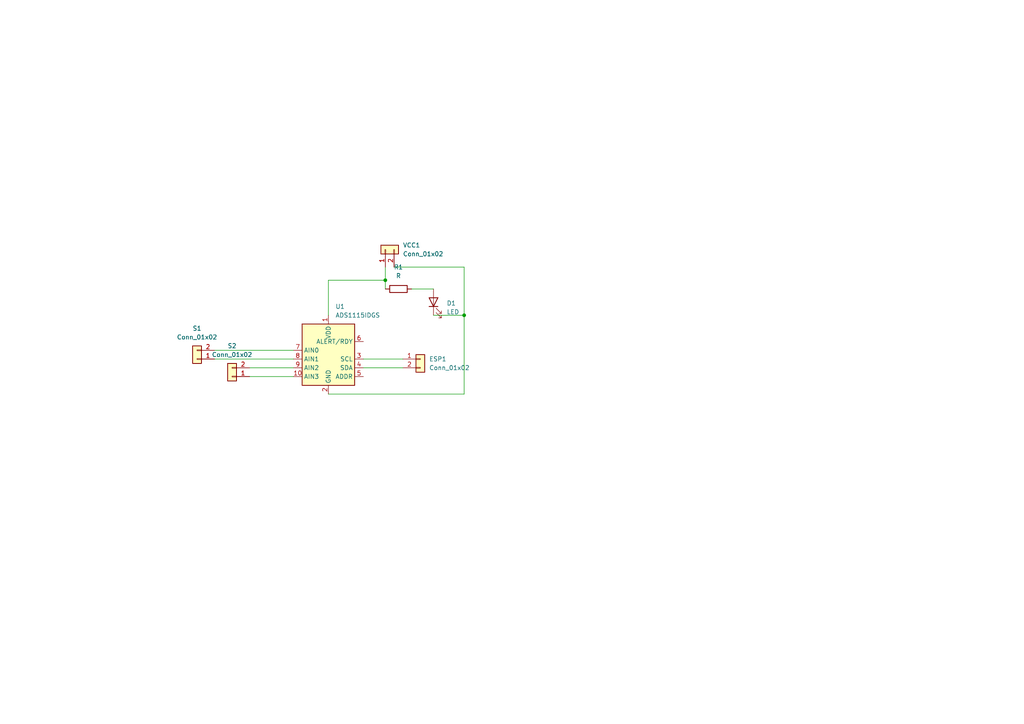
<source format=kicad_sch>
(kicad_sch (version 20211123) (generator eeschema)
  (paper "A4")
  (lib_symbols
    (symbol "Analog_ADC:ADS1115IDGS"
      (property "Reference" "U1" (at 2.0194 15.24 0))
      (property "Value" "ADS1115IDGS" (at 2.0194 12.7 0))
      (symbol "ADS1115IDGS_0_1"
        (rectangle (start -7.62 10.16) (end 7.62 -7.62) (stroke (width 0.254)) (fill (type background)))
      )
      (symbol "ADS1115IDGS_1_1"
        (pin power_in line (at 0 12.7 270) (length 2.54) (name "VDD") (number "1"))
        (pin input line (at -10.16 -5.08 0) (length 2.54) (name "AIN3") (number "10"))
        (pin power_in line (at 0 -10.16 90) (length 2.54) (name "GND") (number "2"))
        (pin input line (at 10.16 0 180) (length 2.54) (name "SCL") (number "3"))
        (pin bidirectional line (at 10.16 -2.54 180) (length 2.54) (name "SDA") (number "4"))
        (pin input line (at 10.16 -5.08 180) (length 2.54) (name "ADDR") (number "5"))
        (pin output line (at 10.16 5.08 180) (length 2.54) (name "ALERT/RDY") (number "6"))
        (pin input line (at -10.16 2.54 0) (length 2.54) (name "AIN0") (number "7"))
        (pin input line (at -10.16 0 0) (length 2.54) (name "AIN1") (number "8"))
        (pin input line (at -10.16 -2.54 0) (length 2.54) (name "AIN2") (number "9"))
      )
    )
    (symbol "Connector_Generic:Conn_01x02" (pin_names (offset 1.016) hide)
      (property "Reference" "J" (at 0 2.54 0))
      (property "Value" "Conn_01x02" (at 0 -5.08 0))
      (symbol "Conn_01x02_1_1"
        (rectangle (start -1.27 -2.413) (end 0 -2.667) (stroke (width 0.1524)))
        (rectangle (start -1.27 0.127) (end 0 -0.127) (stroke (width 0.1524)))
        (rectangle (start -1.27 1.27) (end 1.27 -3.81) (stroke (width 0.254)) (fill (type background)))
        (pin passive line (at -5.08 0 0) (length 3.81) (name "Pin_1") (number "1"))
        (pin passive line (at -5.08 -2.54 0) (length 3.81) (name "Pin_2") (number "2"))
      )
    )
    (symbol "Device:LED" (pin_numbers hide) (pin_names (offset 1.016) hide)
      (property "Reference" "D" (at 0 2.54 0))
      (property "Value" "LED" (at 0 -2.54 0))
      (symbol "LED_0_1"
        (polyline (pts (xy -1.27 -1.27) (xy -1.27 1.27)) (stroke (width 0.254)))
        (polyline (pts (xy -1.27 0) (xy 1.27 0)))
        (polyline (pts (xy 1.27 -1.27) (xy 1.27 1.27) (xy -1.27 0) (xy 1.27 -1.27)) (stroke (width 0.254)))
        (polyline (pts (xy -3.048 -0.762) (xy -4.572 -2.286) (xy -3.81 -2.286) (xy -4.572 -2.286) (xy -4.572 -1.524)))
        (polyline (pts (xy -1.778 -0.762) (xy -3.302 -2.286) (xy -2.54 -2.286) (xy -3.302 -2.286) (xy -3.302 -1.524)))
      )
      (symbol "LED_1_1"
        (pin passive line (at -3.81 0 0) (length 2.54) (name "K") (number "1"))
        (pin passive line (at 3.81 0 180) (length 2.54) (name "A") (number "2"))
      )
    )
    (symbol "Device:R" (pin_numbers hide) (pin_names (offset 0))
      (property "Reference" "R" (at 2.032 0 90))
      (property "Value" "R" (at 0 0 90))
      (symbol "R_0_1"
        (rectangle (start -1.016 -2.54) (end 1.016 2.54) (stroke (width 0.254)))
      )
      (symbol "R_1_1"
        (pin passive line (at 0 3.81 270) (length 1.27) (name "~") (number "1"))
        (pin passive line (at 0 -3.81 90) (length 1.27) (name "~") (number "2"))
      )
    )
  )
  (junction (at 134.62 91.44))
  (junction (at 111.76 81.28))
  (wire (pts (xy 72.39 109.22) (xy 85.09 109.22)))
  (wire (pts (xy 62.23 104.14) (xy 85.09 104.14)))
  (wire (pts (xy 111.76 77.47) (xy 111.76 81.28)))
  (wire (pts (xy 114.3 77.47) (xy 134.62 77.47)))
  (wire (pts (xy 134.62 114.3) (xy 95.25 114.3)))
  (wire (pts (xy 95.25 81.28) (xy 95.25 91.44)))
  (wire (pts (xy 134.62 77.47) (xy 134.62 91.44)))
  (wire (pts (xy 125.73 91.44) (xy 134.62 91.44)))
  (wire (pts (xy 111.76 81.28) (xy 95.25 81.28)))
  (wire (pts (xy 62.23 101.6) (xy 85.09 101.6)))
  (wire (pts (xy 134.62 91.44) (xy 134.62 114.3)))
  (wire (pts (xy 105.41 106.68) (xy 116.84 106.68)))
  (wire (pts (xy 111.76 81.28) (xy 111.76 83.82)))
  (wire (pts (xy 119.38 83.82) (xy 125.73 83.82)))
  (wire (pts (xy 72.39 106.68) (xy 85.09 106.68)))
  (wire (pts (xy 105.41 104.14) (xy 116.84 104.14)))
  (symbol (lib_id "Device:R") (at 115.57 83.82 90) (unit 1)
    (property "Reference" "R1" (at 115.57 77.47 90))
    (property "Value" "R" (at 115.57 80.01 90))
    (property "Footprint" "Resistor_THT:R_Axial_DIN0204_L3.6mm_D1.6mm_P5.08mm_Horizontal" (effects hide))
  )
  (symbol (lib_id "Connector_Generic:Conn_01x02") (at 57.15 104.14 180) (unit 1)
    (property "Reference" "S1" (at 57.15 95.25 0))
    (property "Value" "Conn_01x02" (at 57.15 97.79 0))
    (property "Footprint" "Connector_PinHeader_2.54mm:PinHeader_1x02_P2.54mm_Vertical" (effects hide))
  )
  (symbol (lib_id "Analog_ADC:ADS1115IDGS") (at 95.25 104.14 0) (unit 1)
    (property "Reference" "U1" (at 97.2694 88.9 0) (effects (justify left)))
    (property "Value" "ADS1115IDGS" (at 97.2694 91.44 0) (effects (justify left)))
    (property "Footprint" "Connector_PinHeader_2.54mm:PinHeader_1x10_P2.54mm_Vertical" (effects hide))
    (property "Datasheet" "http://www.ti.com/lit/ds/symlink/ads1113.pdf" (effects hide))
  )
  (symbol (lib_id "Connector_Generic:Conn_01x02") (at 67.31 109.22 180) (unit 1)
    (property "Reference" "S2" (at 67.31 100.33 0))
    (property "Value" "Conn_01x02" (at 67.31 102.87 0))
    (property "Footprint" "Connector_PinHeader_2.54mm:PinHeader_1x02_P2.54mm_Vertical" (effects hide))
  )
  (symbol (lib_id "Connector_Generic:Conn_01x02") (at 121.92 104.14 0) (unit 1)
    (property "Reference" "ESP1" (at 124.46 104.1399 0) (effects (justify left)))
    (property "Value" "Conn_01x02" (at 124.46 106.6799 0) (effects (justify left)))
    (property "Footprint" "Connector_JST:JST_XH_B2B-XH-AM_1x02_P2.50mm_Vertical" (effects hide))
  )
  (symbol (lib_id "Connector_Generic:Conn_01x02") (at 111.76 72.39 90) (unit 1)
    (property "Reference" "VCC1" (at 116.84 71.1199 90) (effects (justify right)))
    (property "Value" "Conn_01x02" (at 116.84 73.6599 90) (effects (justify right)))
    (property "Footprint" "Connector_JST:JST_XH_B2B-XH-AM_1x02_P2.50mm_Vertical" (effects hide))
  )
  (symbol (lib_id "Device:LED") (at 125.73 87.63 90) (unit 1)
    (property "Reference" "D1" (at 129.54 87.9474 90) (effects (justify right)))
    (property "Value" "LED" (at 129.54 90.4874 90) (effects (justify right)))
    (property "Footprint" "LED_THT:LED_D3.0mm" (effects hide))
  )
)
</source>
